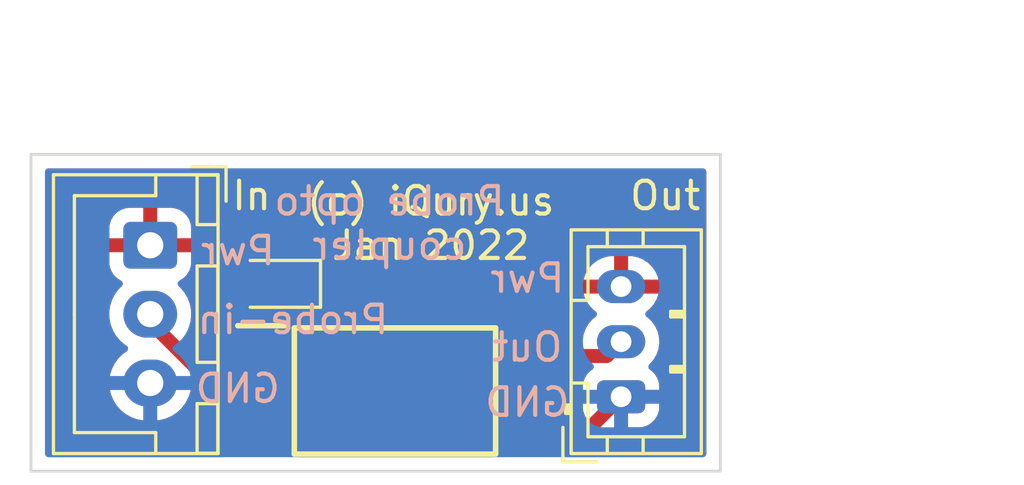
<source format=kicad_pcb>
(kicad_pcb (version 20221231) (generator pcbnew)
  (layers (0 "F.Cu" signal) (31 "B.Cu" signal) (34 "B.Paste" user) (35 "F.Paste" user) (36 "B.SilkS" user "B.Silkscreen") (37 "F.SilkS" user "F.Silkscreen") (38 "B.Mask" user) (39 "F.Mask" user) (44 "Edge.Cuts" user))
  (net 0 "")
  (net 1 "Net-(D1-K)")
  (net 2 "Net-(D1-A)")
  (net 3 "Net-(J1-Pin_2)")
  (net 4 "Net-(J1-Pin_3)")
  (net 5 "Net-(J2-Pin_2)")
  (net 6 "Net-(R1-Pad1)")
  (footprint "EL817:SOP254P1030X390-4N" (layer "F.Cu") (at 126.2 76.09)
    (fp_text reference "U1" hide)
    (fp_text value "EL817" hide)
    (fp_line (start -5.7 -2.37) (end -4 -2.37) (stroke (width 0.2)) (layer "F.SilkS"))
    (fp_line (start -3.65 -2.29) (end 3.65 -2.29) (stroke (width 0.2)) (layer "F.SilkS"))
    (fp_line (start -3.65 2.29) (end -3.65 -2.29) (stroke (width 0.2)) (layer "F.SilkS"))
    (fp_line (start 3.65 -2.29) (end 3.65 2.29) (stroke (width 0.2)) (layer "F.SilkS"))
    (fp_line (start 3.65 2.29) (end -3.65 2.29) (stroke (width 0.2)) (layer "F.SilkS"))
    (pad "1" smd rect (at -4.85 -1.27) (size 1.5 1.7) (layers "F.Cu" "F.Paste" "F.Mask") (net 6 "Net-(R1-Pad1)"))
    (pad "2" smd rect (at -4.85 1.27) (size 1.5 1.7) (layers "F.Cu" "F.Paste" "F.Mask") (net 3 "Net-(J1-Pin_2)"))
    (pad "3" smd rect (at 4.85 1.27) (size 1.5 1.7) (layers "F.Cu" "F.Paste" "F.Mask") (net 4 "Net-(J1-Pin_3)"))
    (pad "4" smd rect (at 4.85 -1.27) (size 1.5 1.7) (layers "F.Cu" "F.Paste" "F.Mask") (net 5 "Net-(J2-Pin_2)"))
  )
  (footprint "Diode_SMD:D_SOD-323" (layer "F.Cu") (at 122 72.2 180)
    (fp_text reference "D1" hide)
    (fp_text value "1N5819WS")
    (fp_line (start -1.5 -0.85) (end -1.5 0.85) (stroke (width 0.12)) (layer "F.SilkS"))
    (fp_line (start -1.5 -0.85) (end 1.05 -0.85) (stroke (width 0.12)) (layer "F.SilkS"))
    (fp_line (start -1.5 0.85) (end 1.05 0.85) (stroke (width 0.12)) (layer "F.SilkS"))
    (pad "1" smd rect locked (at -1.05 0 180) (size 0.6 0.45) (layers "F.Cu" "F.Paste" "F.Mask") (net 1 "Net-(D1-K)"))
    (pad "2" smd rect locked (at 1.05 0 180) (size 0.6 0.45) (layers "F.Cu" "F.Paste" "F.Mask") (net 2 "Net-(D1-A)"))
  )
  (footprint "Resistor_SMD:R_0402_1005Metric" (layer "F.Cu") (at 124.4 72.2 90)
    (fp_text reference "R1" hide)
    (fp_text value "2.2k")
    (pad "1" smd roundrect locked (at -0.485 0 90) (size 0.59 0.64) (layers "F.Cu" "F.Paste" "F.Mask") (net 6 "Net-(R1-Pad1)"))
    (pad "2" smd roundrect locked (at 0.485 0 90) (size 0.59 0.64) (layers "F.Cu" "F.Paste" "F.Mask") (net 1 "Net-(D1-K)"))
  )
  (footprint "Connector_JST:JST_XH_B3B-XH-A_1x03_P2.50mm_Vertical" (layer "F.Cu") (at 117.325 70.8 -90)
    (fp_text reference "J1" hide)
    (fp_text value "JST XH 3P")
    (fp_line (start -2.85 -2.75) (end -2.85 -1.5) (stroke (width 0.12)) (layer "F.SilkS"))
    (fp_line (start -2.56 -2.46) (end -2.56 3.51) (stroke (width 0.12)) (layer "F.SilkS"))
    (fp_line (start -2.56 3.51) (end 7.56 3.51) (stroke (width 0.12)) (layer "F.SilkS"))
    (fp_line (start -2.55 -2.45) (end -2.55 -1.7) (stroke (width 0.12)) (layer "F.SilkS"))
    (fp_line (start -2.55 -1.7) (end -0.75 -1.7) (stroke (width 0.12)) (layer "F.SilkS"))
    (fp_line (start -2.55 -0.2) (end -1.8 -0.2) (stroke (width 0.12)) (layer "F.SilkS"))
    (fp_line (start -1.8 -0.2) (end -1.8 2.75) (stroke (width 0.12)) (layer "F.SilkS"))
    (fp_line (start -1.8 2.75) (end 2.5 2.75) (stroke (width 0.12)) (layer "F.SilkS"))
    (fp_line (start -1.6 -2.75) (end -2.85 -2.75) (stroke (width 0.12)) (layer "F.SilkS"))
    (fp_line (start -0.75 -2.45) (end -2.55 -2.45) (stroke (width 0.12)) (layer "F.SilkS"))
    (fp_line (start -0.75 -1.7) (end -0.75 -2.45) (stroke (width 0.12)) (layer "F.SilkS"))
    (fp_line (start 0.75 -2.45) (end 0.75 -1.7) (stroke (width 0.12)) (layer "F.SilkS"))
    (fp_line (start 0.75 -1.7) (end 4.25 -1.7) (stroke (width 0.12)) (layer "F.SilkS"))
    (fp_line (start 4.25 -2.45) (end 0.75 -2.45) (stroke (width 0.12)) (layer "F.SilkS"))
    (fp_line (start 4.25 -1.7) (end 4.25 -2.45) (stroke (width 0.12)) (layer "F.SilkS"))
    (fp_line (start 5.75 -2.45) (end 5.75 -1.7) (stroke (width 0.12)) (layer "F.SilkS"))
    (fp_line (start 5.75 -1.7) (end 7.55 -1.7) (stroke (width 0.12)) (layer "F.SilkS"))
    (fp_line (start 6.8 -0.2) (end 6.8 2.75) (stroke (width 0.12)) (layer "F.SilkS"))
    (fp_line (start 6.8 2.75) (end 2.5 2.75) (stroke (width 0.12)) (layer "F.SilkS"))
    (fp_line (start 7.55 -2.45) (end 5.75 -2.45) (stroke (width 0.12)) (layer "F.SilkS"))
    (fp_line (start 7.55 -1.7) (end 7.55 -2.45) (stroke (width 0.12)) (layer "F.SilkS"))
    (fp_line (start 7.55 -0.2) (end 6.8 -0.2) (stroke (width 0.12)) (layer "F.SilkS"))
    (fp_line (start 7.56 -2.46) (end -2.56 -2.46) (stroke (width 0.12)) (layer "F.SilkS"))
    (fp_line (start 7.56 3.51) (end 7.56 -2.46) (stroke (width 0.12)) (layer "F.SilkS"))
    (pad "1" thru_hole roundrect locked (at 0 0 270) (size 1.7 1.95) (drill 0.95) (layers *.Cu *.Mask) (roundrect_rratio 0.1470588235) (net 2 "Net-(D1-A)"))
    (pad "2" thru_hole oval locked (at 2.5 0 270) (size 1.7 1.95) (drill 0.95) (layers *.Cu *.Mask) (net 3 "Net-(J1-Pin_2)"))
    (pad "3" thru_hole oval locked (at 5 0 270) (size 1.7 1.95) (drill 0.95) (layers *.Cu *.Mask) (net 4 "Net-(J1-Pin_3)"))
  )
  (footprint "Connector_JST:JST_PH_B3B-PH-K_1x03_P2.00mm_Vertical" (layer "F.Cu") (at 134.4 76.3 90)
    (fp_text reference "J2" hide)
    (fp_text value "JST PH 3P")
    (fp_line (start -2.36 -2.11) (end -2.36 -0.86) (stroke (width 0.12)) (layer "F.SilkS"))
    (fp_line (start -2.06 -1.81) (end -2.06 2.91) (stroke (width 0.12)) (layer "F.SilkS"))
    (fp_line (start -2.06 -0.5) (end -1.45 -0.5) (stroke (width 0.12)) (layer "F.SilkS"))
    (fp_line (start -2.06 0.8) (end -1.45 0.8) (stroke (width 0.12)) (layer "F.SilkS"))
    (fp_line (start -2.06 2.91) (end 6.06 2.91) (stroke (width 0.12)) (layer "F.SilkS"))
    (fp_line (start -1.45 -1.2) (end -1.45 2.3) (stroke (width 0.12)) (layer "F.SilkS"))
    (fp_line (start -1.45 2.3) (end 5.45 2.3) (stroke (width 0.12)) (layer "F.SilkS"))
    (fp_line (start -1.11 -2.11) (end -2.36 -2.11) (stroke (width 0.12)) (layer "F.SilkS"))
    (fp_line (start -0.6 -2.01) (end -0.6 -1.81) (stroke (width 0.12)) (layer "F.SilkS"))
    (fp_line (start -0.3 -2.01) (end -0.6 -2.01) (stroke (width 0.12)) (layer "F.SilkS"))
    (fp_line (start -0.3 -1.91) (end -0.6 -1.91) (stroke (width 0.12)) (layer "F.SilkS"))
    (fp_line (start -0.3 -1.81) (end -0.3 -2.01) (stroke (width 0.12)) (layer "F.SilkS"))
    (fp_line (start 0.5 -1.81) (end 0.5 -1.2) (stroke (width 0.12)) (layer "F.SilkS"))
    (fp_line (start 0.5 -1.2) (end -1.45 -1.2) (stroke (width 0.12)) (layer "F.SilkS"))
    (fp_line (start 0.9 1.8) (end 1.1 1.8) (stroke (width 0.12)) (layer "F.SilkS"))
    (fp_line (start 0.9 2.3) (end 0.9 1.8) (stroke (width 0.12)) (layer "F.SilkS"))
    (fp_line (start 1 2.3) (end 1 1.8) (stroke (width 0.12)) (layer "F.SilkS"))
    (fp_line (start 1.1 1.8) (end 1.1 2.3) (stroke (width 0.12)) (layer "F.SilkS"))
    (fp_line (start 2.9 1.8) (end 3.1 1.8) (stroke (width 0.12)) (layer "F.SilkS"))
    (fp_line (start 2.9 2.3) (end 2.9 1.8) (stroke (width 0.12)) (layer "F.SilkS"))
    (fp_line (start 3 2.3) (end 3 1.8) (stroke (width 0.12)) (layer "F.SilkS"))
    (fp_line (start 3.1 1.8) (end 3.1 2.3) (stroke (width 0.12)) (layer "F.SilkS"))
    (fp_line (start 3.5 -1.2) (end 3.5 -1.81) (stroke (width 0.12)) (layer "F.SilkS"))
    (fp_line (start 5.45 -1.2) (end 3.5 -1.2) (stroke (width 0.12)) (layer "F.SilkS"))
    (fp_line (start 5.45 2.3) (end 5.45 -1.2) (stroke (width 0.12)) (layer "F.SilkS"))
    (fp_line (start 6.06 -1.81) (end -2.06 -1.81) (stroke (width 0.12)) (layer "F.SilkS"))
    (fp_line (start 6.06 -0.5) (end 5.45 -0.5) (stroke (width 0.12)) (layer "F.SilkS"))
    (fp_line (start 6.06 0.8) (end 5.45 0.8) (stroke (width 0.12)) (layer "F.SilkS"))
    (fp_line (start 6.06 2.91) (end 6.06 -1.81) (stroke (width 0.12)) (layer "F.SilkS"))
    (pad "1" thru_hole roundrect locked (at 0 0 90) (size 1.2 1.75) (drill 0.75) (layers *.Cu *.Mask) (roundrect_rratio 0.2083333333) (net 4 "Net-(J1-Pin_3)"))
    (pad "2" thru_hole oval locked (at 2 0 90) (size 1.2 1.75) (drill 0.75) (layers *.Cu *.Mask) (net 5 "Net-(J2-Pin_2)"))
    (pad "3" thru_hole oval locked (at 4 0 90) (size 1.2 1.75) (drill 0.75) (layers *.Cu *.Mask) (net 2 "Net-(D1-A)"))
  )
  (gr_line (start 138 67.5) (end 138 79) (stroke (width 0.1)) (layer "Edge.Cuts"))
  (gr_line (start 113 67.5) (end 138 67.5) (stroke (width 0.1)) (layer "Edge.Cuts"))
  (gr_line (start 113 79) (end 113 67.5) (stroke (width 0.1)) (layer "Edge.Cuts"))
  (gr_line (start 138 79) (end 113 79) (stroke (width 0.1)) (layer "Edge.Cuts"))
  (gr_text "GND" (at 131 76.5) (layer "B.SilkS") (effects (font (size 1 1)) (justify mirror)))
  (gr_text "Pwr" (at 131 72) (layer "B.SilkS") (effects (font (size 1 1)) (justify mirror)))
  (gr_text "GND" (at 120.5 76) (layer "B.SilkS") (effects (font (size 1 1)) (justify mirror)))
  (gr_text "Probe opto\ncoupler" (at 126 70) (layer "B.SilkS") (effects (font (size 1 1)) (justify mirror)))
  (gr_text "Probe-in" (at 122.5 73.5) (layer "B.SilkS") (effects (font (size 1 1)) (justify mirror)))
  (gr_text "Pwr" (at 120.5 71) (layer "B.SilkS") (effects (font (size 1 1)) (justify mirror)))
  (gr_text "Out" (at 131 74.5) (layer "B.SilkS") (effects (font (size 1 1)) (justify mirror)))
  (gr_text "In" (at 121 69) (layer "F.SilkS") (effects (font (size 1 1))))
  (gr_text "Out" (at 136 69) (layer "F.SilkS") (effects (font (size 1 1))))
  (gr_text "(c) iQury.us\nJan 2022" (at 127.5 70) (layer "F.SilkS") (effects (font (size 1 1))))
  (segment (start 123.535 71.715) (end 123.05 72.2) (width 0.508) (layer "F.Cu") (net 1))
  (segment (start 124.4 71.715) (end 123.535 71.715) (width 0.508) (layer "F.Cu") (net 1))
  (segment (start 119.4156 70.8) (end 117.325 70.8) (width 0.508) (layer "F.Cu") (net 2))
  (segment (start 120.95 72.2) (end 120.8156 72.2) (width 0.508) (layer "F.Cu") (net 2))
  (segment (start 120.8156 72.2) (end 119.4156 70.8) (width 0.508) (layer "F.Cu") (net 2))
  (segment (start 121.0988 77.36) (end 121.35 77.36) (width 0.508) (layer "F.Cu") (net 3))
  (segment (start 117.325 73.3) (end 117.325 73.5862) (width 0.508) (layer "F.Cu") (net 3))
  (segment (start 117.325 73.5862) (end 121.0988 77.36) (width 0.508) (layer "F.Cu") (net 3))
  (segment (start 133.34 77.36) (end 134.4 76.3) (width 0.508) (layer "F.Cu") (net 4))
  (segment (start 131.05 77.36) (end 133.34 77.36) (width 0.508) (layer "F.Cu") (net 4))
  (segment (start 131.05 74.82) (end 133.88 74.82) (width 0.508) (layer "F.Cu") (net 5))
  (segment (start 133.88 74.82) (end 134.4 74.3) (width 0.508) (layer "F.Cu") (net 5))
  (segment (start 124.4 72.685) (end 124.4 73.1) (width 0.508) (layer "F.Cu") (net 6))
  (segment (start 122.68 74.82) (end 121.35 74.82) (width 0.508) (layer "F.Cu") (net 6))
  (segment (start 124.4 73.1) (end 122.68 74.82) (width 0.508) (layer "F.Cu") (net 6))
  (zone (net 2) (net_name "Net-(D1-A)") (layer "F.Cu") (connect_pads (clearance 0.508)) (min_thickness 0.254) (fill yes (thermal_gap 0.508) (thermal_bridge_width 0.508))
    (polygon (pts (xy 138.5 79.5) (xy 112.5 79.5) (xy 112.5 67) (xy 138.5 67)))
  )
  (zone (net 4) (net_name "Net-(J1-Pin_3)") (layer "B.Cu") (connect_pads (clearance 0.508)) (min_thickness 0.254) (fill yes (thermal_gap 0.508) (thermal_bridge_width 0.508))
    (polygon (pts (xy 138.5 79) (xy 112.5 79) (xy 112.5 66.5) (xy 138.5 66.5)))
  )
)
</source>
